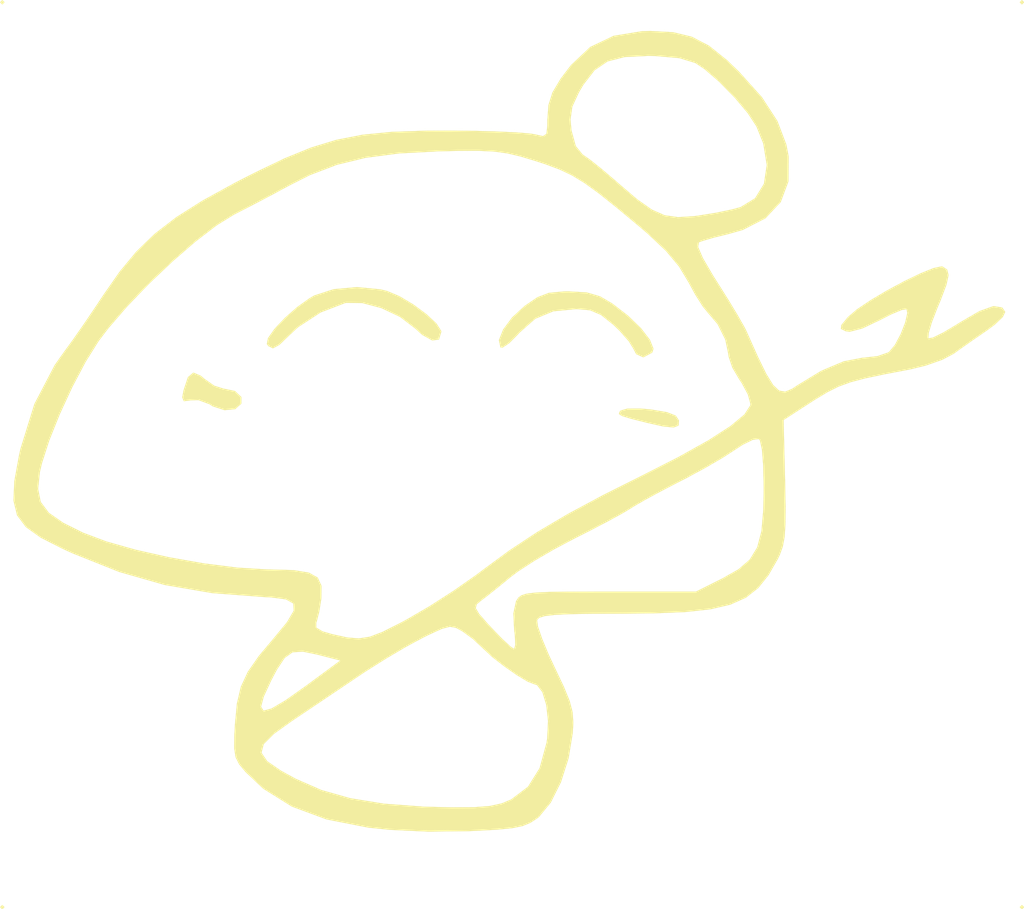
<source format=kicad_pcb>
(kicad_pcb (version 20171130) (host pcbnew 5.1.6)

  (general
    (thickness 1.6)
    (drawings 0)
    (tracks 0)
    (zones 0)
    (modules 1)
    (nets 1)
  )

  (page A4)
  (layers
    (0 F.Cu signal)
    (31 B.Cu signal)
    (32 B.Adhes user)
    (33 F.Adhes user)
    (34 B.Paste user)
    (35 F.Paste user)
    (36 B.SilkS user)
    (37 F.SilkS user)
    (38 B.Mask user)
    (39 F.Mask user)
    (40 Dwgs.User user)
    (41 Cmts.User user)
    (42 Eco1.User user)
    (43 Eco2.User user)
    (44 Edge.Cuts user)
    (45 Margin user)
    (46 B.CrtYd user)
    (47 F.CrtYd user)
    (48 B.Fab user)
    (49 F.Fab user)
  )

  (setup
    (last_trace_width 0.25)
    (trace_clearance 0.2)
    (zone_clearance 0.508)
    (zone_45_only no)
    (trace_min 0.2)
    (via_size 0.8)
    (via_drill 0.4)
    (via_min_size 0.4)
    (via_min_drill 0.3)
    (uvia_size 0.3)
    (uvia_drill 0.1)
    (uvias_allowed no)
    (uvia_min_size 0.2)
    (uvia_min_drill 0.1)
    (edge_width 0.05)
    (segment_width 0.2)
    (pcb_text_width 0.3)
    (pcb_text_size 1.5 1.5)
    (mod_edge_width 0.12)
    (mod_text_size 1 1)
    (mod_text_width 0.15)
    (pad_size 1.524 1.524)
    (pad_drill 0.762)
    (pad_to_mask_clearance 0.05)
    (aux_axis_origin 0 0)
    (visible_elements FFFFFF7F)
    (pcbplotparams
      (layerselection 0x010fc_ffffffff)
      (usegerberextensions false)
      (usegerberattributes true)
      (usegerberadvancedattributes true)
      (creategerberjobfile true)
      (excludeedgelayer true)
      (linewidth 0.100000)
      (plotframeref false)
      (viasonmask false)
      (mode 1)
      (useauxorigin false)
      (hpglpennumber 1)
      (hpglpenspeed 20)
      (hpglpendiameter 15.000000)
      (psnegative false)
      (psa4output false)
      (plotreference true)
      (plotvalue true)
      (plotinvisibletext false)
      (padsonsilk false)
      (subtractmaskfromsilk false)
      (outputformat 1)
      (mirror false)
      (drillshape 1)
      (scaleselection 1)
      (outputdirectory ""))
  )

  (net 0 "")

  (net_class Default "This is the default net class."
    (clearance 0.2)
    (trace_width 0.25)
    (via_dia 0.8)
    (via_drill 0.4)
    (uvia_dia 0.3)
    (uvia_drill 0.1)
  )

  (module my_footprint:author_cartoon (layer F.Cu) (tedit 5F268999) (tstamp 5F26E358)
    (at 96.52 85.09)
    (descr "Cartoon logo of author")
    (tags logo)
    (attr virtual)
    (fp_text reference logo*** (at -5.08 3.81) (layer F.SilkS) hide
      (effects (font (size 1.524 1.524) (thickness 0.3)))
    )
    (fp_text value author (at -5.08 -1.27) (layer F.SilkS) hide
      (effects (font (size 1.524 1.524) (thickness 0.3)))
    )
    (fp_poly (pts (xy -30.747368 27.405263) (xy -30.881052 27.538947) (xy -31.014736 27.405263) (xy -30.881052 27.271579)
      (xy -30.747368 27.405263)) (layer F.SilkS) (width 0.01))
    (fp_poly (pts (xy 31.014737 27.405263) (xy 30.881053 27.538947) (xy 30.747369 27.405263) (xy 30.881053 27.271579)
      (xy 31.014737 27.405263)) (layer F.SilkS) (width 0.01))
    (fp_poly (pts (xy 9.75625 -25.591361) (xy 10.887371 -25.317292) (xy 11.924798 -24.77609) (xy 13.018539 -23.898684)
      (xy 13.751687 -23.194669) (xy 15.134764 -21.65158) (xy 16.07101 -20.210603) (xy 16.612836 -18.782276)
      (xy 16.747286 -18.081636) (xy 16.740478 -16.559603) (xy 16.270905 -15.302805) (xy 15.344228 -14.318562)
      (xy 13.966107 -13.614193) (xy 13.101053 -13.367313) (xy 12.231528 -13.152909) (xy 11.557912 -12.957563)
      (xy 11.309201 -12.862695) (xy 11.270652 -12.577094) (xy 11.55366 -11.916907) (xy 12.165919 -10.865626)
      (xy 12.445455 -10.423951) (xy 13.100832 -9.38293) (xy 13.66956 -8.441871) (xy 14.071436 -7.735332)
      (xy 14.196341 -7.486316) (xy 14.870525 -5.97569) (xy 15.391627 -4.906652) (xy 15.809972 -4.226251)
      (xy 16.175885 -3.881537) (xy 16.539692 -3.81956) (xy 16.951718 -3.987368) (xy 17.302616 -4.218017)
      (xy 18.724096 -5.082371) (xy 20.084255 -5.655415) (xy 21.246759 -5.880784) (xy 21.327721 -5.882105)
      (xy 22.134681 -5.972088) (xy 22.774309 -6.192966) (xy 22.840456 -6.235805) (xy 23.1864 -6.650056)
      (xy 23.535567 -7.302675) (xy 23.812169 -8.008391) (xy 23.94042 -8.581932) (xy 23.89465 -8.812923)
      (xy 23.605065 -8.769104) (xy 22.989352 -8.513848) (xy 22.231533 -8.129233) (xy 21.20386 -7.644552)
      (xy 20.459464 -7.451968) (xy 20.217044 -7.475537) (xy 19.917132 -7.624562) (xy 19.940998 -7.85145)
      (xy 20.311854 -8.303754) (xy 20.354838 -8.35147) (xy 20.883016 -8.802345) (xy 21.703813 -9.354489)
      (xy 22.697912 -9.944326) (xy 23.745993 -10.508281) (xy 24.728741 -10.982777) (xy 25.526837 -11.304237)
      (xy 26.020964 -11.409087) (xy 26.073124 -11.39835) (xy 26.353751 -11.212325) (xy 26.437128 -10.877527)
      (xy 26.311169 -10.296909) (xy 25.963791 -9.373426) (xy 25.760384 -8.886877) (xy 25.426656 -8.024473)
      (xy 25.231176 -7.364103) (xy 25.215608 -7.046923) (xy 25.216912 -7.045545) (xy 25.502936 -7.101414)
      (xy 26.110403 -7.399982) (xy 26.920155 -7.880936) (xy 27.115949 -8.006755) (xy 28.308708 -8.701077)
      (xy 29.160631 -9.002821) (xy 29.689433 -8.916128) (xy 29.8693 -8.650371) (xy 29.723165 -8.343645)
      (xy 29.238679 -7.880377) (xy 28.771306 -7.534011) (xy 27.89954 -6.93533) (xy 27.062971 -6.344554)
      (xy 26.753042 -6.119174) (xy 26.054175 -5.75081) (xy 25.056378 -5.399575) (xy 24.130034 -5.173784)
      (xy 22.553975 -4.872349) (xy 21.383773 -4.626032) (xy 20.499509 -4.392464) (xy 19.781265 -4.129276)
      (xy 19.109124 -3.7941) (xy 18.363165 -3.344566) (xy 17.646316 -2.882992) (xy 16.443158 -2.101879)
      (xy 16.534782 1.584821) (xy 16.56418 3.106796) (xy 16.557518 4.204807) (xy 16.504528 4.989006)
      (xy 16.394941 5.569543) (xy 16.218488 6.056569) (xy 16.093766 6.31558) (xy 15.528457 7.301261)
      (xy 14.908302 8.073996) (xy 14.162812 8.65853) (xy 13.221495 9.079607) (xy 12.013862 9.361971)
      (xy 10.469422 9.530365) (xy 8.517684 9.609534) (xy 6.665188 9.625263) (xy 4.859621 9.631911)
      (xy 3.521846 9.655175) (xy 2.585044 9.70004) (xy 1.982396 9.771489) (xy 1.647083 9.874504)
      (xy 1.514002 10.009432) (xy 1.56391 10.398309) (xy 1.81566 11.142577) (xy 2.224969 12.122899)
      (xy 2.58053 12.883642) (xy 3.13798 14.059263) (xy 3.484621 14.909137) (xy 3.660851 15.579574)
      (xy 3.707071 16.216884) (xy 3.674118 16.84421) (xy 3.422898 18.377964) (xy 2.958891 19.833966)
      (xy 2.342265 21.067606) (xy 1.633186 21.934272) (xy 1.517611 22.027401) (xy 1.104212 22.298883)
      (xy 0.642387 22.489072) (xy 0.01966 22.618759) (xy -0.876443 22.708734) (xy -2.158397 22.779788)
      (xy -2.673684 22.802143) (xy -5.082107 22.829779) (xy -7.404349 22.721421) (xy -8.720099 22.585451)
      (xy -11.240444 22.089803) (xy -13.341705 21.312165) (xy -15.071955 20.230756) (xy -16.14098 19.222995)
      (xy -16.530466 18.754211) (xy -16.74921 18.324279) (xy -16.79063 18.052724) (xy -15.181617 18.052724)
      (xy -14.832838 18.566259) (xy -13.994406 19.143406) (xy -13.104507 19.63071) (xy -11.549756 20.311611)
      (xy -9.796794 20.809015) (xy -7.756261 21.139302) (xy -5.338799 21.318855) (xy -3.665664 21.361098)
      (xy -2.306589 21.35178) (xy -1.337842 21.276455) (xy -0.617088 21.116161) (xy -0.05619 20.880182)
      (xy 0.96438 20.109623) (xy 1.667797 18.983202) (xy 2.086353 17.446067) (xy 2.127255 17.171599)
      (xy 2.177266 16.130299) (xy 2.069404 15.1562) (xy 1.836034 14.384819) (xy 1.509523 13.951676)
      (xy 1.346658 13.903158) (xy 0.94636 13.747832) (xy 0.288623 13.351854) (xy -0.475982 12.82022)
      (xy -1.196887 12.257926) (xy -1.723524 11.76997) (xy -1.742315 11.749114) (xy -2.381142 11.154613)
      (xy -3.000912 10.703719) (xy -3.408522 10.481181) (xy -3.774636 10.420323) (xy -4.250734 10.545233)
      (xy -4.9883 10.879999) (xy -5.407228 11.086367) (xy -6.419668 11.63176) (xy -7.64951 12.357246)
      (xy -8.878624 13.132669) (xy -9.248738 13.378577) (xy -10.489848 14.215238) (xy -11.850898 15.131037)
      (xy -13.081896 15.957799) (xy -13.341684 16.131978) (xy -14.430876 16.911764) (xy -15.045909 17.526619)
      (xy -15.181617 18.052724) (xy -16.79063 18.052724) (xy -16.833705 17.770319) (xy -16.82044 16.929452)
      (xy -16.787704 16.336246) (xy -16.686159 15.266661) (xy -15.20682 15.266661) (xy -15.054597 15.503522)
      (xy -14.568554 15.372396) (xy -13.728035 14.876288) (xy -12.512385 14.018207) (xy -12.468787 13.98608)
      (xy -10.406359 12.464792) (xy -11.788902 12.110973) (xy -12.678568 11.925873) (xy -13.297125 11.967161)
      (xy -13.776885 12.308745) (xy -14.250161 13.024531) (xy -14.592436 13.676949) (xy -15.045881 14.658806)
      (xy -15.20682 15.266661) (xy -16.686159 15.266661) (xy -16.667536 15.070512) (xy -16.431047 14.060289)
      (xy -16.006768 13.146484) (xy -15.323232 12.170001) (xy -14.449637 11.131517) (xy -13.635399 10.143027)
      (xy -13.231206 9.455545) (xy -13.248732 9.013361) (xy -13.699654 8.760768) (xy -14.595648 8.642058)
      (xy -14.975316 8.62336) (xy -18.158783 8.382756) (xy -21.03847 7.889647) (xy -23.803599 7.09864)
      (xy -26.64339 5.964344) (xy -27.282768 5.670869) (xy -28.566554 5.014854) (xy -29.453426 4.381151)
      (xy -29.985247 3.668892) (xy -30.20388 2.777209) (xy -30.171945 2.066896) (xy -28.712629 2.066896)
      (xy -28.553357 2.858621) (xy -28.062465 3.516972) (xy -27.175314 4.132746) (xy -25.991042 4.722671)
      (xy -24.578172 5.254266) (xy -22.783941 5.761687) (xy -20.761691 6.214917) (xy -18.664764 6.583938)
      (xy -16.646505 6.838733) (xy -14.860254 6.949282) (xy -14.604881 6.951579) (xy -13.229969 6.991977)
      (xy -12.311371 7.141712) (xy -11.774816 7.44359) (xy -11.546035 7.940421) (xy -11.55076 8.675013)
      (xy -11.554724 8.709674) (xy -11.680682 9.498391) (xy -11.833945 10.100389) (xy -11.862864 10.173771)
      (xy -11.860821 10.470372) (xy -11.481815 10.701504) (xy -10.903503 10.869108) (xy -10.001926 11.06759)
      (xy -9.290464 11.129942) (xy -8.618923 11.026103) (xy -7.837111 10.726016) (xy -6.794834 10.199621)
      (xy -6.339488 9.955698) (xy -5.19445 9.289052) (xy -2.202304 9.289052) (xy -2.000058 9.637431)
      (xy -1.490589 10.218579) (xy -1.235687 10.49421) (xy -0.605196 11.14651) (xy -0.113402 11.604744)
      (xy 0.121077 11.76421) (xy 0.193059 11.529037) (xy 0.167871 10.934663) (xy 0.124295 10.591632)
      (xy 0.078051 9.60995) (xy 0.236811 8.881511) (xy 0.251003 8.853737) (xy 0.375542 8.660723)
      (xy 0.562217 8.5175) (xy 0.884452 8.416653) (xy 1.41567 8.350766) (xy 2.229294 8.312425)
      (xy 3.398746 8.294215) (xy 4.997451 8.28872) (xy 5.848808 8.288421) (xy 11.144065 8.288421)
      (xy 12.739032 7.491406) (xy 13.71093 6.940641) (xy 14.397789 6.348931) (xy 14.846773 5.61294)
      (xy 15.105048 4.629334) (xy 15.219779 3.294776) (xy 15.24 2.011971) (xy 15.212302 0.666214)
      (xy 15.133832 -0.316823) (xy 15.011526 -0.866177) (xy 14.95052 -0.949455) (xy 14.586624 -0.90769)
      (xy 13.970895 -0.60566) (xy 13.5394 -0.322863) (xy 12.778477 0.17015) (xy 11.722792 0.78584)
      (xy 10.560025 1.416247) (xy 10.152564 1.625397) (xy 9.070849 2.184482) (xy 8.096942 2.711575)
      (xy 7.383051 3.123359) (xy 7.188806 3.24773) (xy 6.664216 3.562842) (xy 5.791612 4.040141)
      (xy 4.704024 4.608285) (xy 3.811019 5.059178) (xy 2.567519 5.715731) (xy 1.365445 6.416765)
      (xy 0.372023 7.061578) (xy -0.087071 7.406578) (xy -0.855124 8.036345) (xy -1.537715 8.578931)
      (xy -1.859667 8.823158) (xy -2.140961 9.056581) (xy -2.202304 9.289052) (xy -5.19445 9.289052)
      (xy -5.012395 9.183059) (xy -3.53637 8.234502) (xy -2.171024 7.279123) (xy -1.794225 6.995207)
      (xy -0.174788 5.803489) (xy 1.509934 4.690975) (xy 3.372773 3.590589) (xy 5.526563 2.435251)
      (xy 7.753685 1.319092) (xy 10.060062 0.14832) (xy 11.887498 -0.872206) (xy 13.229217 -1.738032)
      (xy 14.078443 -2.444706) (xy 14.428401 -2.987773) (xy 14.437895 -3.073605) (xy 14.283753 -3.642847)
      (xy 13.900523 -4.356645) (xy 13.769474 -4.545263) (xy 13.341872 -5.271509) (xy 13.113085 -5.945802)
      (xy 13.101053 -6.081011) (xy 12.914367 -6.971632) (xy 12.447167 -7.907573) (xy 11.893707 -8.559266)
      (xy 11.542613 -8.985832) (xy 11.077973 -9.72243) (xy 10.687107 -10.442483) (xy 10.112964 -11.396496)
      (xy 9.333504 -12.32976) (xy 8.240762 -13.364997) (xy 7.732893 -13.800585) (xy 6.347727 -14.954908)
      (xy 5.267409 -15.817796) (xy 4.394943 -16.450609) (xy 3.633332 -16.914709) (xy 2.885579 -17.271455)
      (xy 2.054688 -17.582207) (xy 1.433519 -17.785599) (xy 0.502212 -18.06696) (xy -0.293532 -18.255334)
      (xy -1.095362 -18.36499) (xy -2.044925 -18.410201) (xy -3.283869 -18.405239) (xy -4.448587 -18.378237)
      (xy -6.852309 -18.250379) (xy -8.864868 -17.987807) (xy -10.619591 -17.559985) (xy -12.249806 -16.936377)
      (xy -13.502105 -16.304675) (xy -14.63763 -15.691579) (xy -15.929134 -15.013352) (xy -16.84421 -14.544913)
      (xy -17.90035 -13.890972) (xy -19.180001 -12.909751) (xy -20.580196 -11.697478) (xy -21.99797 -10.350379)
      (xy -23.33036 -8.964683) (xy -24.474398 -7.636615) (xy -25.049321 -6.876758) (xy -25.830168 -5.629233)
      (xy -26.636823 -4.102704) (xy -27.39655 -2.459346) (xy -28.036614 -0.861335) (xy -28.484278 0.529155)
      (xy -28.604918 1.051003) (xy -28.712629 2.066896) (xy -30.171945 2.066896) (xy -30.151189 1.605235)
      (xy -29.869035 0.052102) (xy -29.780882 -0.348273) (xy -28.937193 -3.069241) (xy -27.706968 -5.426722)
      (xy -27.165136 -6.192993) (xy -26.611175 -6.952325) (xy -25.889653 -7.98781) (xy -25.121131 -9.125121)
      (xy -24.783922 -9.636162) (xy -23.775834 -11.082317) (xy -22.759389 -12.307731) (xy -21.644963 -13.385128)
      (xy -20.342929 -14.387235) (xy -18.763664 -15.386777) (xy -16.817541 -16.45648) (xy -15.626855 -17.066594)
      (xy -13.795401 -17.945775) (xy -12.177555 -18.605674) (xy -10.639921 -19.075105) (xy -9.049101 -19.382883)
      (xy -7.271697 -19.557822) (xy -5.174314 -19.628735) (xy -3.743158 -19.633491) (xy -2.205053 -19.614673)
      (xy -0.806591 -19.574371) (xy 0.343434 -19.517484) (xy 1.136229 -19.448908) (xy 1.403685 -19.401796)
      (xy 1.866568 -19.298468) (xy 2.077948 -19.430382) (xy 2.136337 -19.918738) (xy 2.138877 -20.295922)
      (xy 3.534621 -20.295922) (xy 3.597601 -19.637557) (xy 3.857548 -18.694521) (xy 4.270897 -18.184862)
      (xy 4.277971 -18.181012) (xy 4.706537 -17.883249) (xy 5.400174 -17.3303) (xy 6.228642 -16.627085)
      (xy 6.467482 -16.417153) (xy 7.586617 -15.464667) (xy 8.467732 -14.844564) (xy 9.243586 -14.503914)
      (xy 10.046941 -14.389788) (xy 11.010556 -14.449257) (xy 11.308222 -14.487231) (xy 12.35967 -14.657322)
      (xy 13.332311 -14.860235) (xy 13.840966 -14.998357) (xy 14.722634 -15.538364) (xy 15.256343 -16.4153)
      (xy 15.425847 -17.546677) (xy 15.214897 -18.850006) (xy 14.802547 -19.880172) (xy 14.269834 -20.693695)
      (xy 13.465121 -21.650324) (xy 12.540134 -22.592524) (xy 11.646598 -23.362757) (xy 11.09579 -23.728885)
      (xy 10.134917 -24.022823) (xy 8.674874 -24.151862) (xy 8.217626 -24.158213) (xy 6.808008 -24.087919)
      (xy 5.780955 -23.822836) (xy 4.998326 -23.289872) (xy 4.321982 -22.415936) (xy 4.049218 -21.952651)
      (xy 3.645584 -21.080106) (xy 3.534621 -20.295922) (xy 2.138877 -20.295922) (xy 2.138948 -20.306408)
      (xy 2.203579 -21.181561) (xy 2.446972 -21.948919) (xy 2.943371 -22.780003) (xy 3.561056 -23.591681)
      (xy 4.72677 -24.693589) (xy 6.14602 -25.372657) (xy 7.88053 -25.655463) (xy 8.381424 -25.667369)
      (xy 9.75625 -25.591361)) (layer F.SilkS) (width 0.01))
    (fp_poly (pts (xy -30.747368 -27.405263) (xy -30.881052 -27.271579) (xy -31.014736 -27.405263) (xy -30.881052 -27.538947)
      (xy -30.747368 -27.405263)) (layer F.SilkS) (width 0.01))
    (fp_poly (pts (xy 31.014737 -27.405263) (xy 30.881053 -27.271579) (xy 30.747369 -27.405263) (xy 30.881053 -27.538947)
      (xy 31.014737 -27.405263)) (layer F.SilkS) (width 0.01))
    (fp_poly (pts (xy 8.429335 -2.737231) (xy 9.387998 -2.575488) (xy 9.914219 -2.365278) (xy 10.109233 -2.07142)
      (xy 10.081384 -1.766543) (xy 9.788744 -1.649362) (xy 9.149125 -1.714222) (xy 8.154737 -1.936948)
      (xy 7.19904 -2.179236) (xy 6.668961 -2.34079) (xy 6.470265 -2.466163) (xy 6.508717 -2.599907)
      (xy 6.583419 -2.67984) (xy 6.995428 -2.796589) (xy 7.793979 -2.797473) (xy 8.429335 -2.737231)) (layer F.SilkS) (width 0.01))
    (fp_poly (pts (xy -18.857353 -4.786253) (xy -18.635256 -4.595196) (xy -18.036226 -4.177224) (xy -17.495399 -4.006432)
      (xy -16.783508 -3.857585) (xy -16.395933 -3.487967) (xy -16.395806 -3.101721) (xy -16.776519 -2.759528)
      (xy -17.418394 -2.700133) (xy -18.126097 -2.927847) (xy -18.330477 -3.059015) (xy -19.00434 -3.310092)
      (xy -19.464252 -3.294086) (xy -19.883415 -3.242156) (xy -19.981269 -3.471506) (xy -19.897628 -3.911386)
      (xy -19.63773 -4.693869) (xy -19.311206 -4.97453) (xy -18.857353 -4.786253)) (layer F.SilkS) (width 0.01))
    (fp_poly (pts (xy 4.52278 -9.82976) (xy 5.332386 -9.590842) (xy 6.071357 -9.157369) (xy 7.031913 -8.41486)
      (xy 7.81534 -7.652531) (xy 8.349742 -6.958433) (xy 8.563224 -6.420619) (xy 8.492064 -6.192696)
      (xy 7.955328 -5.898044) (xy 7.51579 -6.091998) (xy 7.359233 -6.396045) (xy 7.073526 -6.864163)
      (xy 6.523403 -7.493795) (xy 6.137287 -7.866571) (xy 5.384312 -8.466978) (xy 4.718737 -8.751226)
      (xy 3.896986 -8.823157) (xy 3.893478 -8.823158) (xy 2.49549 -8.688238) (xy 1.400774 -8.233702)
      (xy 0.437265 -7.384883) (xy 0.350228 -7.28558) (xy -0.176833 -6.75282) (xy -0.578443 -6.488177)
      (xy -0.702182 -6.495165) (xy -0.800409 -6.936829) (xy -0.542227 -7.583848) (xy 0.00345 -8.317474)
      (xy 0.75831 -9.011806) (xy 1.534852 -9.540866) (xy 2.230289 -9.804438) (xy 3.109955 -9.889146)
      (xy 3.456341 -9.892632) (xy 4.52278 -9.82976)) (layer F.SilkS) (width 0.01))
    (fp_poly (pts (xy -7.970392 -10.01477) (xy -7.573212 -9.917553) (xy -6.817173 -9.599375) (xy -5.975286 -9.096038)
      (xy -5.183559 -8.509788) (xy -4.578002 -7.942873) (xy -4.294622 -7.49754) (xy -4.288322 -7.448079)
      (xy -4.428831 -6.980819) (xy -4.836784 -6.921076) (xy -5.443831 -7.260213) (xy -5.871944 -7.648238)
      (xy -6.782978 -8.34391) (xy -7.915975 -8.88085) (xy -9.075195 -9.188514) (xy -10.064902 -9.196355)
      (xy -10.128754 -9.182431) (xy -11.592569 -8.621491) (xy -12.959148 -7.729396) (xy -13.485285 -7.243434)
      (xy -14.099134 -6.651266) (xy -14.491966 -6.444864) (xy -14.76622 -6.584175) (xy -14.853863 -6.708345)
      (xy -14.787197 -7.062047) (xy -14.390814 -7.622635) (xy -13.768586 -8.284033) (xy -13.024383 -8.940166)
      (xy -12.262078 -9.484957) (xy -11.975388 -9.647919) (xy -10.805504 -10.027182) (xy -9.39204 -10.154272)
      (xy -7.970392 -10.01477)) (layer F.SilkS) (width 0.01))
  )

)

</source>
